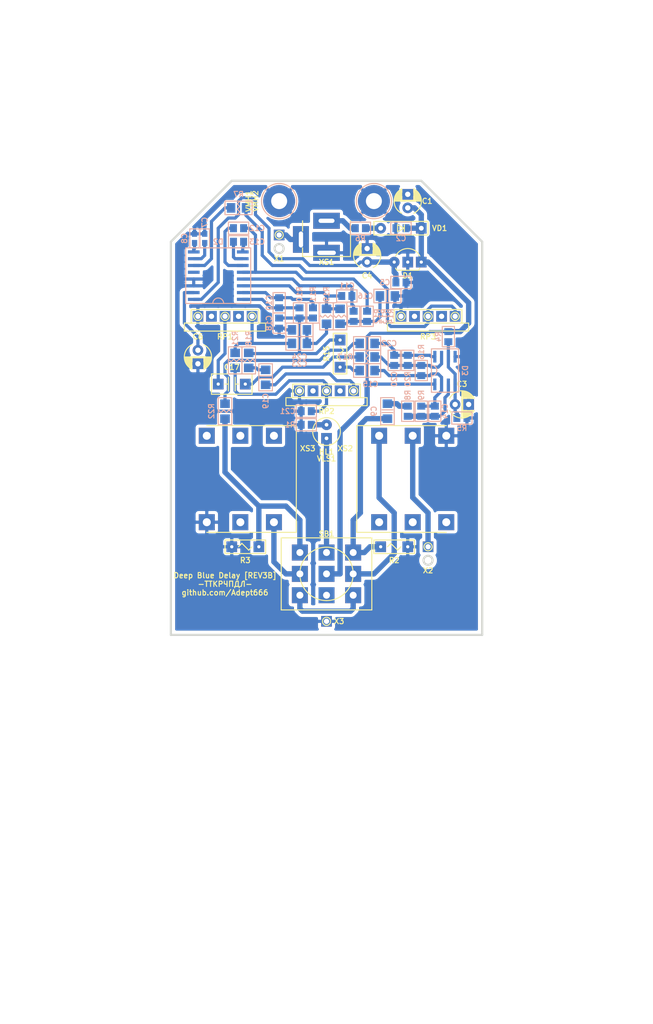
<source format=kicad_pcb>
(kicad_pcb (version 20171130) (host pcbnew 5.1.12-84ad8e8a86~92~ubuntu20.04.1)
  (title_block (title ТКП-1.17.B-2) (date 2025-06-17) (rev 3B) (company "Deep Blue Delay [REV3B] SM") (comment 1 http://github.com/Adept666) (comment 2 "Igor Ivanov (Игорь Иванов)") (comment 3 -ТТКРЧПДЛ-) (comment 4 "This project is licensed under GNU General Public License v3.0 or later"))
  (layers (0 F.Cu jumper) (31 B.Cu signal) (36 B.SilkS user) (37 F.SilkS user) (38 B.Mask user) (44 Edge.Cuts user))
  (net 0 "")
  (net 1 COM)
  (net 2 "Net-(HL1-PadC)")
  (net 3 /LED)
  (net 4 "Net-(SB1-PadNC1)")
  (net 5 "Net-(SB1-PadNC2)")
  (net 6 "Net-(XS2-PadSN)")
  (net 7 "Net-(XS2-PadTN)")
  (net 8 /IN-CON)
  (net 9 /OUT-CON)
  (net 10 /PP3-POS)
  (net 11 /PP3-NEG)
  (net 12 "Net-(XS2-PadRN)")
  (net 13 "Net-(XS3-PadTN)")
  (net 14 "Net-(XS3-PadRN)")
  (net 15 "Net-(XS3-PadSN)")
  (net 16 "Net-(XS3-PadR)")
  (net 17 V)
  (net 18 VA)
  (net 19 "Net-(C7-Pad2)")
  (net 20 "Net-(C13-Pad1)")
  (net 21 "Net-(C9-Pad2)")
  (net 22 "Net-(C10-Pad1)")
  (net 23 "Net-(C10-Pad2)")
  (net 24 "Net-(C11-Pad1)")
  (net 25 "Net-(C11-Pad2)")
  (net 26 "Net-(C12-Pad1)")
  (net 27 "Net-(C12-Pad2)")
  (net 28 "Net-(C13-Pad2)")
  (net 29 "Net-(C14-Pad1)")
  (net 30 "Net-(C16-Pad1)")
  (net 31 "Net-(C17-Pad1)")
  (net 32 "Net-(C19-Pad1)")
  (net 33 "Net-(C19-Pad2)")
  (net 34 "Net-(C20-Pad1)")
  (net 35 "Net-(C22-Pad2)")
  (net 36 "Net-(D2-Pad6)")
  (net 37 "Net-(D2-Pad5)")
  (net 38 VB)
  (net 39 "Net-(C6-Pad+)")
  (net 40 "Net-(C8-Pad2)")
  (net 41 "Net-(C14-Pad2)")
  (net 42 "Net-(C15-Pad2)")
  (net 43 "Net-(C18-Pad1)")
  (net 44 "Net-(C20-Pad2)")
  (net 45 "Net-(C21-Pad1)")
  (net 46 "Net-(R6-Pad2)")
  (net 47 "Net-(R6-Pad1)")
  (net 48 "Net-(R7-Pad1)")
  (net 49 "Net-(C17-Pad2)")
  (net 50 "Net-(C23-Pad2)")
  (net 51 "Net-(C23-Pad1)")
  (net 52 /IN-CIR)
  (net 53 /OUT-CIR)
  (module SBEPL:ТКП-6.3.3.A1 (layer F.Cu) (at 105.41 148.59)
    (fp_text reference VE2 hide)
    (fp_text value ТКП-6.3.3.A1.A1.3-1.A1.00 hide)
  )
  (module SBEPL:ТКП-6.3.1.A2.A1.A (layer F.Cu) (at 105.41 148.59)
    (fp_text reference VE1 hide)
    (fp_text value ТКП-6.3.1.A2.A1.A.1-1 hide)
  )
  (module KCL-TH-SL:CON-PAD-S-1.0-2.0 (layer F.Cu) (at 96.52 104.14)
    (fp_text reference X1 (at 0 4.445) (layer F.SilkS) (effects (font (thickness 0.2))))
    (fp_text value X)
    (pad 1 thru_hole rect (at 0 0) (size 2 2) (drill 1) (layers B.Cu B.Mask) (net 10 /PP3-POS))
  )
  (module KCL-TH-SL:CON-PAD-S-1.0-2.0 (layer F.Cu) (at 124.46 162.56)
    (fp_text reference X2 (at 0 4.445) (layer F.SilkS) (effects (font (thickness 0.2))))
    (fp_text value X)
    (pad 1 thru_hole rect (at 0 0) (size 2 2) (drill 1) (layers B.Cu B.Mask) (net 11 /PP3-NEG))
  )
  (module KCL-TH-SL:CON-PAD-S-1.0-2.0 (layer F.Cu) (at 105.41 176.53)
    (fp_text reference X3 (at 1.27 0) (layer F.SilkS) (effects (font (thickness 0.2)) (justify left)))
    (fp_text value X)
    (pad 1 thru_hole rect (at 0 0) (size 2 2) (drill 1) (layers B.Cu B.Mask) (net 1 COM))
  )
  (module KCL-TH-SL:SW-PBS-24-302SP-3.0-PNL-12.0 (layer F.Cu) (at 105.41 167.64)
    (fp_text reference SB1 (at 0 -7.493) (layer F.SilkS) (effects (font (thickness 0.2))))
    (fp_text value PBS-24-302SP)
    (pad NC1 thru_hole rect (at -5 4) (size 3 3) (drill 1.3) (layers B.Cu B.Mask) (net 4 "Net-(SB1-PadNC1)"))
    (pad COM1 thru_hole rect (at -5 0) (size 3 3) (drill 1.3) (layers B.Cu B.Mask) (net 9 /OUT-CON))
    (pad NO1 thru_hole rect (at -5 -4) (size 3 3) (drill 1.3) (layers B.Cu B.Mask) (net 53 /OUT-CIR))
    (pad NO2 thru_hole rect (at 0 -4) (size 3 3) (drill 1.3) (layers B.Cu B.Mask) (net 3 /LED))
    (pad NC2 thru_hole rect (at 0 4) (size 3 3) (drill 1.3) (layers B.Cu B.Mask) (net 5 "Net-(SB1-PadNC2)"))
    (pad COM2 thru_hole rect (at 0 0) (size 3 3) (drill 1.3) (layers B.Cu B.Mask) (net 17 V))
    (pad NO3 thru_hole rect (at 5 -4) (size 3 3) (drill 1.3) (layers B.Cu B.Mask) (net 52 /IN-CIR))
    (pad NC3 thru_hole rect (at 5 4) (size 3 3) (drill 1.3) (layers B.Cu B.Mask) (net 4 "Net-(SB1-PadNC1)"))
    (pad COM3 thru_hole rect (at 5 0) (size 3 3) (drill 1.3) (layers B.Cu B.Mask) (net 8 /IN-CON))
  )
  (module KCL-VIRTUAL:VLS-BR (layer F.Cu) (at 105.41 140.97)
    (fp_text reference VLS1 (at 0 5.08) (layer F.SilkS) (effects (font (thickness 0.2))))
    (fp_text value BR-17.8)
  )
  (module KCL-VIRTUAL:B-PP3-HV (layer F.Cu) (at 105.41 187.96)
    (fp_text reference GB1 hide)
    (fp_text value X hide)
  )
  (module KCL-TH-SL:CP-RADIAL-D05.0-P02.0-CLS (layer F.Cu) (at 120.65 97.79 90)
    (fp_text reference C1 (at 0 2.54 180) (layer F.SilkS) (effects (font (thickness 0.2)) (justify left)))
    (fp_text value 107)
    (pad + thru_hole circle (at -1.27 0 90) (size 2 2) (drill 1) (layers B.Cu B.Mask) (net 17 V))
    (pad - thru_hole rect (at 1.27 0 90) (size 2 2) (drill 1) (layers B.Cu B.Mask) (net 1 COM))
  )
  (module KCL-TH-SL:P-DO-41 (layer F.Cu) (at 119.38 102.87)
    (fp_text reference VD1 (at 5.715 0 180) (layer F.SilkS) (effects (font (thickness 0.2)) (justify left)))
    (fp_text value 5817)
    (pad A thru_hole circle (at -3.81 0) (size 2 2) (drill 0.9) (layers B.Cu B.Mask) (net 46 "Net-(R6-Pad2)"))
    (pad C thru_hole rect (at 3.81 0) (size 2 2) (drill 0.9) (layers B.Cu B.Mask) (net 17 V))
  )
  (module KCL-TH-SL:R-MFR-12 (layer F.Cu) (at 90.17 162.56)
    (fp_text reference R3 (at 0 2.54) (layer F.SilkS) (effects (font (thickness 0.2))))
    (fp_text value 104)
    (pad 2 thru_hole rect (at 2.54 0) (size 2 2) (drill 0.6) (layers B.Cu B.Mask) (net 53 /OUT-CIR))
    (pad 1 thru_hole rect (at -2.54 0) (size 2 2) (drill 0.6) (layers B.Cu B.Mask) (net 1 COM))
  )
  (module KCL-TH-SL:CON-DC-005 (layer F.Cu) (at 105.41 93.98 180)
    (fp_text reference XS1 (at 0 -15.24) (layer F.SilkS) (effects (font (thickness 0.2))))
    (fp_text value DC-005)
    (pad C thru_hole rect (at 0 -13.5 180) (size 5 3) (drill oval 3.5 0.8) (layers B.Cu B.Mask) (net 1 COM))
    (pad SN thru_hole rect (at 4.8 -11 180) (size 3 5) (drill oval 0.8 3) (layers B.Cu B.Mask) (net 10 /PP3-POS))
    (pad S thru_hole rect (at 0 -7.5 180) (size 5 3) (drill oval 3 0.8) (layers B.Cu B.Mask) (net 47 "Net-(R6-Pad1)"))
  )
  (module KCL-TH-SL:CON-PJ-644C (layer F.Cu) (at 132.08 149.86 90)
    (fp_text reference XS2 (at 5.715 -21.59 180) (layer F.SilkS) (effects (font (thickness 0.2)) (justify right)))
    (fp_text value PJ-644C)
    (pad TN thru_hole rect (at -8.1 -16.8 90) (size 3 3) (drill 1.5) (layers B.Cu B.Mask) (net 7 "Net-(XS2-PadTN)"))
    (pad RN thru_hole rect (at -8.1 -10.5 90) (size 3 3) (drill 1.5) (layers B.Cu B.Mask) (net 12 "Net-(XS2-PadRN)"))
    (pad SN thru_hole rect (at -8.1 -4.2 90) (size 3 3) (drill 1.5) (layers B.Cu B.Mask) (net 6 "Net-(XS2-PadSN)"))
    (pad T thru_hole rect (at 8.1 -16.8 90) (size 3 3) (drill 1.5) (layers B.Cu B.Mask) (net 8 /IN-CON))
    (pad R thru_hole rect (at 8.1 -10.5 90) (size 3 3) (drill 1.5) (layers B.Cu B.Mask) (net 11 /PP3-NEG))
    (pad S thru_hole rect (at 8.1 -4.2 90) (size 3 3) (drill 1.5) (layers B.Cu B.Mask) (net 1 COM))
  )
  (module KCL-TH-SL:CON-PJ-644C (layer F.Cu) (at 78.74 149.86 270)
    (fp_text reference XS3 (at -5.715 -21.59) (layer F.SilkS) (effects (font (thickness 0.2)) (justify left)))
    (fp_text value PJ-644C)
    (pad TN thru_hole rect (at -8.1 -16.8 270) (size 3 3) (drill 1.5) (layers B.Cu B.Mask) (net 13 "Net-(XS3-PadTN)"))
    (pad RN thru_hole rect (at -8.1 -10.5 270) (size 3 3) (drill 1.5) (layers B.Cu B.Mask) (net 14 "Net-(XS3-PadRN)"))
    (pad SN thru_hole rect (at -8.1 -4.2 270) (size 3 3) (drill 1.5) (layers B.Cu B.Mask) (net 15 "Net-(XS3-PadSN)"))
    (pad T thru_hole rect (at 8.1 -16.8 270) (size 3 3) (drill 1.5) (layers B.Cu B.Mask) (net 9 /OUT-CON))
    (pad R thru_hole rect (at 8.1 -10.5 270) (size 3 3) (drill 1.5) (layers B.Cu B.Mask) (net 16 "Net-(XS3-PadR)"))
    (pad S thru_hole rect (at 8.1 -4.2 270) (size 3 3) (drill 1.5) (layers B.Cu B.Mask) (net 1 COM))
  )
  (module KCL-TH-SL:P-TO-92-OUT-GND-IN (layer F.Cu) (at 120.65 109.22)
    (fp_text reference D1 (at 0 2.54) (layer F.SilkS) (effects (font (thickness 0.2))))
    (fp_text value 78L05)
    (pad IN thru_hole rect (at 2.54 0) (size 2 2) (drill 0.6) (layers B.Cu B.Mask) (net 17 V))
    (pad GND thru_hole rect (at 0 0) (size 2 2) (drill 0.6) (layers B.Cu B.Mask) (net 1 COM))
    (pad OUT thru_hole circle (at -2.54 0) (size 2 2) (drill 0.6) (layers B.Cu B.Mask) (net 18 VA))
  )
  (module KCL-TH-SL:R-MFR-12 (layer F.Cu) (at 118.11 162.56 180)
    (fp_text reference R2 (at 0 -2.54) (layer F.SilkS) (effects (font (thickness 0.2))))
    (fp_text value 105)
    (pad 2 thru_hole rect (at 2.54 0 180) (size 2 2) (drill 0.6) (layers B.Cu B.Mask) (net 52 /IN-CIR))
    (pad 1 thru_hole rect (at -2.54 0 180) (size 2 2) (drill 0.6) (layers B.Cu B.Mask) (net 1 COM))
  )
  (module KCL-SM:R-SM-1206 (layer B.Cu) (at 113.03 127)
    (fp_text reference R17 (at -2.54 0) (layer B.SilkS) (effects (font (thickness 0.2)) (justify left mirror)))
    (fp_text value 203)
    (pad 1 smd rect (at -1.4 0) (size 1.6 1.8) (layers B.Cu B.Mask) (net 31 "Net-(C17-Pad1)"))
    (pad 2 smd rect (at 1.4 0) (size 1.6 1.8) (layers B.Cu B.Mask) (net 34 "Net-(C20-Pad1)"))
  )
  (module KCL-SM:R-SM-1206 (layer B.Cu) (at 88.265 127.635 90)
    (fp_text reference R21 (at 2.54 0 90) (layer B.SilkS) (effects (font (thickness 0.2)) (justify right mirror)))
    (fp_text value 202)
    (pad 1 smd rect (at -1.4 0 90) (size 1.6 1.8) (layers B.Cu B.Mask) (net 45 "Net-(C21-Pad1)"))
    (pad 2 smd rect (at 1.4 0 90) (size 1.6 1.8) (layers B.Cu B.Mask) (net 51 "Net-(C23-Pad1)"))
  )
  (module KCL-SM:R-SM-1206 (layer B.Cu) (at 90.805 127.635 90)
    (fp_text reference R18 (at 2.54 0 90) (layer B.SilkS) (effects (font (thickness 0.2)) (justify right mirror)))
    (fp_text value 512)
    (pad 1 smd rect (at -1.4 0 90) (size 1.6 1.8) (layers B.Cu B.Mask) (net 32 "Net-(C19-Pad1)"))
    (pad 2 smd rect (at 1.4 0 90) (size 1.6 1.8) (layers B.Cu B.Mask) (net 43 "Net-(C18-Pad1)"))
  )
  (module KCL-SM:R-SM-1206 (layer B.Cu) (at 86.36 137.16 270)
    (fp_text reference R22 (at 0 2.54 90) (layer B.SilkS) (effects (font (thickness 0.2)) (justify mirror)))
    (fp_text value 102)
    (pad 2 smd rect (at 1.4 0 270) (size 1.6 1.8) (layers B.Cu B.Mask) (net 53 /OUT-CIR))
    (pad 1 smd rect (at -1.4 0 270) (size 1.6 1.8) (layers B.Cu B.Mask) (net 35 "Net-(C22-Pad2)"))
  )
  (module KCL-SM:R-SM-1206 (layer B.Cu) (at 88.9 99.06 180)
    (fp_text reference R7 (at 0 2.54) (layer B.SilkS) (effects (font (thickness 0.2)) (justify mirror)))
    (fp_text value 272)
    (pad 2 smd rect (at 1.4 0 180) (size 1.6 1.8) (layers B.Cu B.Mask) (net 36 "Net-(D2-Pad6)"))
    (pad 1 smd rect (at -1.4 0 180) (size 1.6 1.8) (layers B.Cu B.Mask) (net 48 "Net-(R7-Pad1)"))
  )
  (module KCL-SM:P-SO-08 (layer B.Cu) (at 127.635 129.54 270)
    (fp_text reference D3 (at 0 -3.81 270) (layer B.SilkS) (effects (font (thickness 0.2)) (justify mirror)))
    (fp_text value 5532)
    (pad 8 smd rect (at 2.6 1.905 270) (size 2.2 0.6) (layers B.Cu B.Mask) (net 17 V))
    (pad 7 smd rect (at 2.6 0.635 270) (size 2.2 0.6) (layers B.Cu B.Mask) (net 41 "Net-(C14-Pad2)"))
    (pad 6 smd rect (at 2.6 -0.635 270) (size 2.2 0.6) (layers B.Cu B.Mask) (net 29 "Net-(C14-Pad1)"))
    (pad 5 smd rect (at 2.6 -1.905 270) (size 2.2 0.6) (layers B.Cu B.Mask) (net 38 VB))
    (pad 4 smd rect (at -2.6 -1.905 270) (size 2.2 0.6) (layers B.Cu B.Mask) (net 1 COM))
    (pad 3 smd rect (at -2.6 -0.635 270) (size 2.2 0.6) (layers B.Cu B.Mask) (net 38 VB))
    (pad 2 smd rect (at -2.6 0.635 270) (size 2.2 0.6) (layers B.Cu B.Mask) (net 34 "Net-(C20-Pad1)"))
    (pad 1 smd rect (at -2.6 1.905 270) (size 2.2 0.6) (layers B.Cu B.Mask) (net 44 "Net-(C20-Pad2)"))
  )
  (module KCL-SM:P-SO-16W (layer B.Cu) (at 85.09 111.76)
    (fp_text reference D2 (at 0 -6.35) (layer B.SilkS) (effects (font (thickness 0.2)) (justify mirror)))
    (fp_text value 8970)
    (pad 9 smd rect (at 4.6 -4.445) (size 2.2 0.6) (layers B.Cu B.Mask) (net 28 "Net-(C13-Pad2)"))
    (pad 10 smd rect (at 4.6 -3.175) (size 2.2 0.6) (layers B.Cu B.Mask) (net 20 "Net-(C13-Pad1)"))
    (pad 11 smd rect (at 4.6 -1.905) (size 2.2 0.6) (layers B.Cu B.Mask) (net 27 "Net-(C12-Pad2)"))
    (pad 12 smd rect (at 4.6 -0.635) (size 2.2 0.6) (layers B.Cu B.Mask) (net 26 "Net-(C12-Pad1)"))
    (pad 8 smd rect (at -4.6 -4.445) (size 2.2 0.6) (layers B.Cu B.Mask) (net 40 "Net-(C8-Pad2)"))
    (pad 7 smd rect (at -4.6 -3.175) (size 2.2 0.6) (layers B.Cu B.Mask) (net 19 "Net-(C7-Pad2)"))
    (pad 6 smd rect (at -4.6 -1.905) (size 2.2 0.6) (layers B.Cu B.Mask) (net 36 "Net-(D2-Pad6)"))
    (pad 5 smd rect (at -4.6 -0.635) (size 2.2 0.6) (layers B.Cu B.Mask) (net 37 "Net-(D2-Pad5)"))
    (pad 16 smd rect (at 4.6 4.445) (size 2.2 0.6) (layers B.Cu B.Mask) (net 22 "Net-(C10-Pad1)"))
    (pad 15 smd rect (at 4.6 3.175) (size 2.2 0.6) (layers B.Cu B.Mask) (net 23 "Net-(C10-Pad2)"))
    (pad 14 smd rect (at 4.6 1.905) (size 2.2 0.6) (layers B.Cu B.Mask) (net 24 "Net-(C11-Pad1)"))
    (pad 13 smd rect (at 4.6 0.635) (size 2.2 0.6) (layers B.Cu B.Mask) (net 25 "Net-(C11-Pad2)"))
    (pad 4 smd rect (at -4.6 0.635) (size 2.2 0.6) (layers B.Cu B.Mask) (net 1 COM))
    (pad 3 smd rect (at -4.6 1.905) (size 2.2 0.6) (layers B.Cu B.Mask) (net 1 COM))
    (pad 2 smd rect (at -4.6 3.175) (size 2.2 0.6) (layers B.Cu B.Mask) (net 39 "Net-(C6-Pad+)"))
    (pad 1 smd rect (at -4.6 4.445) (size 2.2 0.6) (layers B.Cu B.Mask) (net 18 VA))
  )
  (module KCL-TH-SL:CP-RADIAL-D05.0-P02.0-CLS (layer F.Cu) (at 81.28 127 270)
    (fp_text reference C6 (at -3.81 0) (layer F.SilkS) (effects (font (thickness 0.2))))
    (fp_text value 476)
    (pad + thru_hole circle (at -1.27 0 270) (size 2 2) (drill 1) (layers B.Cu B.Mask) (net 39 "Net-(C6-Pad+)"))
    (pad - thru_hole rect (at 1.27 0 270) (size 2 2) (drill 1) (layers B.Cu B.Mask) (net 1 COM))
  )
  (module KCL-TH-SL:CP-RADIAL-D05.0-P02.0-CLS (layer F.Cu) (at 113.03 107.95 90)
    (fp_text reference C4 (at -3.81 0 180) (layer F.SilkS) (effects (font (thickness 0.2))))
    (fp_text value 476)
    (pad + thru_hole circle (at -1.27 0 90) (size 2 2) (drill 1) (layers B.Cu B.Mask) (net 18 VA))
    (pad - thru_hole rect (at 1.27 0 90) (size 2 2) (drill 1) (layers B.Cu B.Mask) (net 1 COM))
  )
  (module KCL-TH-SL:CP-RADIAL-D05.0-P02.0-CLS (layer F.Cu) (at 130.81 135.89)
    (fp_text reference C3 (at 0 -3.81) (layer F.SilkS) (effects (font (thickness 0.2))))
    (fp_text value 476)
    (pad + thru_hole circle (at -1.27 0) (size 2 2) (drill 1) (layers B.Cu B.Mask) (net 38 VB))
    (pad - thru_hole rect (at 1.27 0) (size 2 2) (drill 1) (layers B.Cu B.Mask) (net 1 COM))
  )
  (module KCL-SM:R-SM-0805 (layer B.Cu) (at 100.33 118.745 270)
    (fp_text reference R10 (at -1.905 0 90) (layer B.SilkS) (effects (font (thickness 0.2)) (justify right mirror)))
    (fp_text value 103)
    (pad 1 smd rect (at -0.95 0 270) (size 1.3 1.5) (layers B.Cu B.Mask) (net 22 "Net-(C10-Pad1)"))
    (pad 2 smd rect (at 0.95 0 270) (size 1.3 1.5) (layers B.Cu B.Mask) (net 43 "Net-(C18-Pad1)"))
  )
  (module KCL-SM:R-SM-0805 (layer B.Cu) (at 102.87 118.745 270)
    (fp_text reference R11 (at -1.905 0 90) (layer B.SilkS) (effects (font (thickness 0.2)) (justify right mirror)))
    (fp_text value 103)
    (pad 1 smd rect (at -0.95 0 270) (size 1.3 1.5) (layers B.Cu B.Mask) (net 23 "Net-(C10-Pad2)"))
    (pad 2 smd rect (at 0.95 0 270) (size 1.3 1.5) (layers B.Cu B.Mask) (net 43 "Net-(C18-Pad1)"))
  )
  (module KCL-SM:R-SM-0805 (layer B.Cu) (at 110.49 119.38 270)
    (fp_text reference R13 (at 0 -5.715 90) (layer B.SilkS) (effects (font (thickness 0.2)) (justify mirror)))
    (fp_text value 103)
    (pad 2 smd rect (at 0.95 0 270) (size 1.3 1.5) (layers B.Cu B.Mask) (net 30 "Net-(C16-Pad1)"))
    (pad 1 smd rect (at -0.95 0 270) (size 1.3 1.5) (layers B.Cu B.Mask) (net 25 "Net-(C11-Pad2)"))
  )
  (module KCL-SM:R-SM-0805 (layer B.Cu) (at 113.03 119.38 270)
    (fp_text reference R14 (at 0 -4.445 90) (layer B.SilkS) (effects (font (thickness 0.2)) (justify mirror)))
    (fp_text value 103)
    (pad 2 smd rect (at 0.95 0 270) (size 1.3 1.5) (layers B.Cu B.Mask) (net 30 "Net-(C16-Pad1)"))
    (pad 1 smd rect (at -0.95 0 270) (size 1.3 1.5) (layers B.Cu B.Mask) (net 26 "Net-(C12-Pad1)"))
  )
  (module KCL-SM:R-SM-0805 (layer B.Cu) (at 123.19 137.16 90)
    (fp_text reference R9 (at 1.905 0 90) (layer B.SilkS) (effects (font (thickness 0.2)) (justify right mirror)))
    (fp_text value 364)
    (pad 2 smd rect (at 0.95 0 90) (size 1.3 1.5) (layers B.Cu B.Mask) (net 41 "Net-(C14-Pad2)"))
    (pad 1 smd rect (at -0.95 0 90) (size 1.3 1.5) (layers B.Cu B.Mask) (net 29 "Net-(C14-Pad1)"))
  )
  (module KCL-SM:R-SM-0805 (layer B.Cu) (at 120.65 127.635 90)
    (fp_text reference R20 (at -1.905 0 90) (layer B.SilkS) (effects (font (thickness 0.2)) (justify left mirror)))
    (fp_text value 123)
    (pad 2 smd rect (at 0.95 0 90) (size 1.3 1.5) (layers B.Cu B.Mask) (net 44 "Net-(C20-Pad2)"))
    (pad 1 smd rect (at -0.95 0 90) (size 1.3 1.5) (layers B.Cu B.Mask) (net 34 "Net-(C20-Pad1)"))
  )
  (module KCL-SM:R-SM-0805 (layer B.Cu) (at 123.19 129.54 90)
    (fp_text reference R16 (at 1.905 0 90) (layer B.SilkS) (effects (font (thickness 0.2)) (justify right mirror)))
    (fp_text value 223)
    (pad 2 smd rect (at 0.95 0 90) (size 1.3 1.5) (layers B.Cu B.Mask) (net 34 "Net-(C20-Pad1)"))
    (pad 1 smd rect (at -0.95 0 90) (size 1.3 1.5) (layers B.Cu B.Mask) (net 41 "Net-(C14-Pad2)"))
  )
  (module KCL-TH-SL:R-MFR-12 (layer F.Cu) (at 107.95 126.365 270)
    (fp_text reference R15 (at 0 2.54 270) (layer F.SilkS) (effects (font (thickness 0.2))))
    (fp_text value 103)
    (pad 2 thru_hole rect (at 2.54 0 270) (size 2 2) (drill 0.6) (layers B.Cu B.Mask) (net 42 "Net-(C15-Pad2)"))
    (pad 1 thru_hole rect (at -2.54 0 270) (size 2 2) (drill 0.6) (layers B.Cu B.Mask) (net 43 "Net-(C18-Pad1)"))
  )
  (module KCL-TH-SL:C-DISK-D04.2-T03.0-P05.08-d0.5 (layer F.Cu) (at 87.63 132.08 180)
    (fp_text reference C17 (at 0 3.175) (layer F.SilkS) (effects (font (thickness 0.2))))
    (fp_text value 105)
    (pad 2 thru_hole rect (at 2.54 0 180) (size 2 2) (drill 0.6) (layers B.Cu B.Mask) (net 49 "Net-(C17-Pad2)"))
    (pad 1 thru_hole rect (at -2.54 0 180) (size 2 2) (drill 0.6) (layers B.Cu B.Mask) (net 31 "Net-(C17-Pad1)"))
  )
  (module KCL-SM:R-SM-0805 (layer B.Cu) (at 111.76 102.87)
    (fp_text reference R6 (at 0 1.905) (layer B.SilkS) (effects (font (thickness 0.2)) (justify mirror)))
    (fp_text value 0)
    (pad 2 smd rect (at 0.95 0) (size 1.3 1.5) (layers B.Cu B.Mask) (net 46 "Net-(R6-Pad2)"))
    (pad 1 smd rect (at -0.95 0) (size 1.3 1.5) (layers B.Cu B.Mask) (net 47 "Net-(R6-Pad1)"))
  )
  (module KCL-SM:R-SM-1206 (layer B.Cu) (at 105.41 119.38 270)
    (fp_text reference R19 (at -2.54 0 90) (layer B.SilkS) (effects (font (thickness 0.2)) (justify right mirror)))
    (fp_text value 102)
    (pad 1 smd rect (at -1.4 0 270) (size 1.6 1.8) (layers B.Cu B.Mask) (net 24 "Net-(C11-Pad1)"))
    (pad 2 smd rect (at 1.4 0 270) (size 1.6 1.8) (layers B.Cu B.Mask) (net 50 "Net-(C23-Pad2)"))
  )
  (module KCL-SM:C-SM-0603 (layer B.Cu) (at 82.55 104.775 270)
    (fp_text reference C7 (at -1.905 0 90) (layer B.SilkS) (effects (font (thickness 0.2)) (justify right mirror)))
    (fp_text value 104)
    (pad 2 smd rect (at 0.85 0 270) (size 1.1 1) (layers B.Cu B.Mask) (net 19 "Net-(C7-Pad2)"))
    (pad 1 smd rect (at -0.85 0 270) (size 1.1 1) (layers B.Cu B.Mask) (net 1 COM))
  )
  (module KCL-SM:C-SM-0603 (layer B.Cu) (at 80.645 104.775 270)
    (fp_text reference C8 (at 0 1.905 90) (layer B.SilkS) (effects (font (thickness 0.2)) (justify mirror)))
    (fp_text value 104)
    (pad 2 smd rect (at 0.85 0 270) (size 1.1 1) (layers B.Cu B.Mask) (net 40 "Net-(C8-Pad2)"))
    (pad 1 smd rect (at -0.85 0 270) (size 1.1 1) (layers B.Cu B.Mask) (net 1 COM))
  )
  (module KCL-SM:R-SM-0805 (layer B.Cu) (at 120.65 137.16 270)
    (fp_text reference R8 (at -1.905 0 90) (layer B.SilkS) (effects (font (thickness 0.2)) (justify right mirror)))
    (fp_text value 184)
    (pad 2 smd rect (at 0.95 0 270) (size 1.3 1.5) (layers B.Cu B.Mask) (net 29 "Net-(C14-Pad1)"))
    (pad 1 smd rect (at -0.95 0 270) (size 1.3 1.5) (layers B.Cu B.Mask) (net 21 "Net-(C9-Pad2)"))
  )
  (module KCL-SM:R-SM-0805 (layer B.Cu) (at 101.6 139.7)
    (fp_text reference R1 (at -1.905 0) (layer B.SilkS) (effects (font (thickness 0.2)) (justify left mirror)))
    (fp_text value 103)
    (pad 2 smd rect (at 0.95 0) (size 1.3 1.5) (layers B.Cu B.Mask) (net 2 "Net-(HL1-PadC)"))
    (pad 1 smd rect (at -0.95 0) (size 1.3 1.5) (layers B.Cu B.Mask) (net 1 COM))
  )
  (module KCL-SM:R-SM-0805 (layer B.Cu) (at 128.27 123.19 90)
    (fp_text reference R4 (at 0 -1.905 90) (layer B.SilkS) (effects (font (thickness 0.2)) (justify mirror)))
    (fp_text value 103)
    (pad 2 smd rect (at 0.95 0 90) (size 1.3 1.5) (layers B.Cu B.Mask) (net 17 V))
    (pad 1 smd rect (at -0.95 0 90) (size 1.3 1.5) (layers B.Cu B.Mask) (net 38 VB))
  )
  (module KCL-SM:R-SM-0805 (layer B.Cu) (at 130.81 138.43 180)
    (fp_text reference R5 (at 0 -1.905) (layer B.SilkS) (effects (font (thickness 0.2)) (justify mirror)))
    (fp_text value 103)
    (pad 2 smd rect (at 0.95 0 180) (size 1.3 1.5) (layers B.Cu B.Mask) (net 38 VB))
    (pad 1 smd rect (at -0.95 0 180) (size 1.3 1.5) (layers B.Cu B.Mask) (net 1 COM))
  )
  (module KCL-SM:R-SM-1206 (layer B.Cu) (at 107.95 119.38 270)
    (fp_text reference R12 (at 0 -6.985 90) (layer B.SilkS) (effects (font (thickness 0.2)) (justify mirror)))
    (fp_text value 203)
    (pad 2 smd rect (at 1.4 0 270) (size 1.6 1.8) (layers B.Cu B.Mask) (net 30 "Net-(C16-Pad1)"))
    (pad 1 smd rect (at -1.4 0 270) (size 1.6 1.8) (layers B.Cu B.Mask) (net 24 "Net-(C11-Pad1)"))
  )
  (module SBKCL-TH-SL:RPB-18-1x17-1.5-PNL-7.2 (layer F.Cu) (at 86.36 108.15)
    (fp_text reference RP1 (at 0 15.04) (layer F.SilkS) (effects (font (thickness 0.2))))
    (fp_text value B50K)
    (pad 3 thru_hole rect (at 5.08 11.23) (size 2 2) (drill 1) (layers B.Cu B.Mask) (net 51 "Net-(C23-Pad1)"))
    (pad NC2 thru_hole rect (at 2.54 11.23) (size 2 2) (drill 1) (layers B.Cu B.Mask))
    (pad 2 thru_hole rect (at 0 11.23) (size 2 2) (drill 1) (layers B.Cu B.Mask) (net 49 "Net-(C17-Pad2)"))
    (pad NC1 thru_hole rect (at -2.54 11.23) (size 2 2) (drill 1) (layers B.Cu B.Mask))
    (pad 1 thru_hole rect (at -5.08 11.23) (size 2 2) (drill 1) (layers B.Cu B.Mask) (net 1 COM))
  )
  (module SBKCL-TH-SL:RPB-18-1x17-1.5-PNL-7.2 (layer F.Cu) (at 105.41 122.12)
    (fp_text reference RP2 (at 0 15.04) (layer F.SilkS) (effects (font (thickness 0.2))))
    (fp_text value B50K)
    (pad 3 thru_hole rect (at 5.08 11.23) (size 2 2) (drill 1) (layers B.Cu B.Mask) (net 33 "Net-(C19-Pad2)"))
    (pad NC2 thru_hole rect (at 2.54 11.23) (size 2 2) (drill 1) (layers B.Cu B.Mask))
    (pad 2 thru_hole rect (at 0 11.23) (size 2 2) (drill 1) (layers B.Cu B.Mask) (net 45 "Net-(C21-Pad1)"))
    (pad NC1 thru_hole rect (at -2.54 11.23) (size 2 2) (drill 1) (layers B.Cu B.Mask))
    (pad 1 thru_hole rect (at -5.08 11.23) (size 2 2) (drill 1) (layers B.Cu B.Mask) (net 1 COM))
  )
  (module SBKCL-TH-SL:RPB-18-1x17-1.5-PNL-7.2 (layer F.Cu) (at 124.46 108.15)
    (fp_text reference RP3 (at 0 15.04) (layer F.SilkS) (effects (font (thickness 0.2))))
    (fp_text value B50K)
    (pad 3 thru_hole rect (at 5.08 11.23) (size 2 2) (drill 1) (layers B.Cu B.Mask) (net 48 "Net-(R7-Pad1)"))
    (pad NC2 thru_hole rect (at 2.54 11.23) (size 2 2) (drill 1) (layers B.Cu B.Mask))
    (pad 2 thru_hole rect (at 0 11.23) (size 2 2) (drill 1) (layers B.Cu B.Mask) (net 48 "Net-(R7-Pad1)"))
    (pad NC1 thru_hole rect (at -2.54 11.23) (size 2 2) (drill 1) (layers B.Cu B.Mask))
    (pad 1 thru_hole rect (at -5.08 11.23) (size 2 2) (drill 1) (layers B.Cu B.Mask) (net 1 COM))
  )
  (module KCL-TH-SL:VMH-STA-DA5-PNL-3.0 (layer F.Cu) (at 96.52 97.79)
    (fp_text reference VMH1 (at -5.715 0 90) (layer F.SilkS) (effects (font (thickness 0.2))))
    (fp_text value DI5M3x20)
    (pad 0 thru_hole circle (at 0 0) (size 6 6) (drill 3) (layers B.Cu B.Mask) (net 1 COM))
  )
  (module KCL-TH-SL:VMH-STA-DA5-PNL-3.0 (layer F.Cu) (at 114.3 97.79)
    (fp_text reference VMH2 (at -22.225 0 90) (layer F.SilkS) (effects (font (thickness 0.2))))
    (fp_text value DI5M3x20)
    (pad 0 thru_hole circle (at 0 0) (size 6 6) (drill 3) (layers B.Cu B.Mask) (net 1 COM))
  )
  (module KCL-SM:C-SM-0805 (layer B.Cu) (at 88.9 105.41)
    (fp_text reference C13 (at 1.905 0) (layer B.SilkS) (effects (font (thickness 0.2)) (justify right mirror)))
    (fp_text value 104)
    (pad 1 smd rect (at -0.95 0) (size 1.3 1.5) (layers B.Cu B.Mask) (net 20 "Net-(C13-Pad1)"))
    (pad 2 smd rect (at 0.95 0) (size 1.3 1.5) (layers B.Cu B.Mask) (net 28 "Net-(C13-Pad2)"))
  )
  (module KCL-SM:C-SM-0805 (layer B.Cu) (at 119.38 102.87 180)
    (fp_text reference C2 (at 0 -1.905) (layer B.SilkS) (effects (font (thickness 0.2)) (justify mirror)))
    (fp_text value 104)
    (pad 1 smd rect (at -0.95 0 180) (size 1.3 1.5) (layers B.Cu B.Mask) (net 17 V))
    (pad 2 smd rect (at 0.95 0 180) (size 1.3 1.5) (layers B.Cu B.Mask) (net 1 COM))
  )
  (module KCL-SM:C-SM-1206 (layer B.Cu) (at 116.84 137.16 90)
    (fp_text reference C9 (at 0 -2.54 270) (layer B.SilkS) (effects (font (thickness 0.2)) (justify mirror)))
    (fp_text value 223)
    (pad 1 smd rect (at -1.4 0 90) (size 1.6 1.8) (layers B.Cu B.Mask) (net 52 /IN-CIR))
    (pad 2 smd rect (at 1.4 0 90) (size 1.6 1.8) (layers B.Cu B.Mask) (net 21 "Net-(C9-Pad2)"))
  )
  (module KCL-SM:C-SM-1206 (layer B.Cu) (at 93.98 130.81 270)
    (fp_text reference C19 (at 4.445 0 270) (layer B.SilkS) (effects (font (thickness 0.2)) (justify mirror)))
    (fp_text value 223)
    (pad 2 smd rect (at 1.4 0 270) (size 1.6 1.8) (layers B.Cu B.Mask) (net 33 "Net-(C19-Pad2)"))
    (pad 1 smd rect (at -1.4 0 270) (size 1.6 1.8) (layers B.Cu B.Mask) (net 32 "Net-(C19-Pad1)"))
  )
  (module KCL-SM:C-SM-1206 (layer B.Cu) (at 113.03 124.46 180)
    (fp_text reference C22 (at -2.54 0) (layer B.SilkS) (effects (font (thickness 0.2)) (justify right mirror)))
    (fp_text value 105)
    (pad 1 smd rect (at -1.4 0 180) (size 1.6 1.8) (layers B.Cu B.Mask) (net 44 "Net-(C20-Pad2)"))
    (pad 2 smd rect (at 1.4 0 180) (size 1.6 1.8) (layers B.Cu B.Mask) (net 35 "Net-(C22-Pad2)"))
  )
  (module KCL-SM:C-SM-1206 (layer B.Cu) (at 100.33 121.92 180)
    (fp_text reference C24 (at 0 -5.08) (layer B.SilkS) (effects (font (thickness 0.2)) (justify mirror)))
    (fp_text value 103)
    (pad 1 smd rect (at -1.4 0 180) (size 1.6 1.8) (layers B.Cu B.Mask) (net 50 "Net-(C23-Pad2)"))
    (pad 2 smd rect (at 1.4 0 180) (size 1.6 1.8) (layers B.Cu B.Mask) (net 1 COM))
  )
  (module KCL-SM:C-SM-1206 (layer B.Cu) (at 113.03 129.54 180)
    (fp_text reference C15 (at -0.635 -2.54) (layer B.SilkS) (effects (font (thickness 0.2)) (justify mirror)))
    (fp_text value 105)
    (pad 2 smd rect (at 1.4 0 180) (size 1.6 1.8) (layers B.Cu B.Mask) (net 42 "Net-(C15-Pad2)"))
    (pad 1 smd rect (at -1.4 0 180) (size 1.6 1.8) (layers B.Cu B.Mask) (net 41 "Net-(C14-Pad2)"))
  )
  (module KCL-SM:C-SM-1206 (layer B.Cu) (at 100.33 124.46)
    (fp_text reference C23 (at 0 3.81 180) (layer B.SilkS) (effects (font (thickness 0.2)) (justify mirror)))
    (fp_text value 105)
    (pad 1 smd rect (at -1.4 0) (size 1.6 1.8) (layers B.Cu B.Mask) (net 51 "Net-(C23-Pad1)"))
    (pad 2 smd rect (at 1.4 0) (size 1.6 1.8) (layers B.Cu B.Mask) (net 50 "Net-(C23-Pad2)"))
  )
  (module KCL-SM:C-SM-1206 (layer B.Cu) (at 116.84 115.57)
    (fp_text reference C16 (at -2.54 0) (layer B.SilkS) (effects (font (thickness 0.2)) (justify left mirror)))
    (fp_text value 153)
    (pad 2 smd rect (at 1.4 0) (size 1.6 1.8) (layers B.Cu B.Mask) (net 1 COM))
    (pad 1 smd rect (at -1.4 0) (size 1.6 1.8) (layers B.Cu B.Mask) (net 30 "Net-(C16-Pad1)"))
  )
  (module KCL-SM:C-SM-0805 (layer B.Cu) (at 96.52 120.65 270)
    (fp_text reference C18 (at 0 1.905 90) (layer B.SilkS) (effects (font (thickness 0.2)) (justify mirror)))
    (fp_text value 472)
    (pad 2 smd rect (at 0.95 0 270) (size 1.3 1.5) (layers B.Cu B.Mask) (net 1 COM))
    (pad 1 smd rect (at -0.95 0 270) (size 1.3 1.5) (layers B.Cu B.Mask) (net 43 "Net-(C18-Pad1)"))
  )
  (module KCL-SM:C-SM-0805 (layer B.Cu) (at 118.11 127.635 90)
    (fp_text reference C20 (at -1.905 0 90) (layer B.SilkS) (effects (font (thickness 0.2)) (justify left mirror)))
    (fp_text value 101)
    (pad 1 smd rect (at -0.95 0 90) (size 1.3 1.5) (layers B.Cu B.Mask) (net 34 "Net-(C20-Pad1)"))
    (pad 2 smd rect (at 0.95 0 90) (size 1.3 1.5) (layers B.Cu B.Mask) (net 44 "Net-(C20-Pad2)"))
  )
  (module KCL-SM:C-SM-0805 (layer B.Cu) (at 125.73 137.16 90)
    (fp_text reference C14 (at 0 1.905 90) (layer B.SilkS) (effects (font (thickness 0.2)) (justify mirror)))
    (fp_text value 470)
    (pad 1 smd rect (at -0.95 0 90) (size 1.3 1.5) (layers B.Cu B.Mask) (net 29 "Net-(C14-Pad1)"))
    (pad 2 smd rect (at 0.95 0 90) (size 1.3 1.5) (layers B.Cu B.Mask) (net 41 "Net-(C14-Pad2)"))
  )
  (module KCL-SM:C-SM-0805 (layer B.Cu) (at 119.38 113.03)
    (fp_text reference C5 (at -1.905 0) (layer B.SilkS) (effects (font (thickness 0.2)) (justify left mirror)))
    (fp_text value 104)
    (pad 1 smd rect (at -0.95 0) (size 1.3 1.5) (layers B.Cu B.Mask) (net 18 VA))
    (pad 2 smd rect (at 0.95 0) (size 1.3 1.5) (layers B.Cu B.Mask) (net 1 COM))
  )
  (module KCL-SM:C-SM-0805 (layer B.Cu) (at 101.6 137.16 180)
    (fp_text reference C21 (at 1.905 0) (layer B.SilkS) (effects (font (thickness 0.2)) (justify left mirror)))
    (fp_text value 473)
    (pad 1 smd rect (at -0.95 0 180) (size 1.3 1.5) (layers B.Cu B.Mask) (net 45 "Net-(C21-Pad1)"))
    (pad 2 smd rect (at 0.95 0 180) (size 1.3 1.5) (layers B.Cu B.Mask) (net 1 COM))
  )
  (module KCL-SM:C-SM-0805 (layer B.Cu) (at 109.22 115.57)
    (fp_text reference C11 (at 0 -1.905) (layer B.SilkS) (effects (font (thickness 0.2)) (justify mirror)))
    (fp_text value 222)
    (pad 1 smd rect (at -0.95 0) (size 1.3 1.5) (layers B.Cu B.Mask) (net 24 "Net-(C11-Pad1)"))
    (pad 2 smd rect (at 0.95 0) (size 1.3 1.5) (layers B.Cu B.Mask) (net 25 "Net-(C11-Pad2)"))
  )
  (module KCL-SM:C-SM-0805 (layer B.Cu) (at 96.52 116.84 90)
    (fp_text reference C10 (at 0 -1.905 90) (layer B.SilkS) (effects (font (thickness 0.2)) (justify mirror)))
    (fp_text value 222)
    (pad 1 smd rect (at -0.95 0 90) (size 1.3 1.5) (layers B.Cu B.Mask) (net 22 "Net-(C10-Pad1)"))
    (pad 2 smd rect (at 0.95 0 90) (size 1.3 1.5) (layers B.Cu B.Mask) (net 23 "Net-(C10-Pad2)"))
  )
  (module KCL-SM:C-SM-0805 (layer B.Cu) (at 88.9 102.87 180)
    (fp_text reference C12 (at -1.905 0) (layer B.SilkS) (effects (font (thickness 0.2)) (justify right mirror)))
    (fp_text value 104)
    (pad 1 smd rect (at -0.95 0 180) (size 1.3 1.5) (layers B.Cu B.Mask) (net 26 "Net-(C12-Pad1)"))
    (pad 2 smd rect (at 0.95 0 180) (size 1.3 1.5) (layers B.Cu B.Mask) (net 27 "Net-(C12-Pad2)"))
  )
  (module KCL-TH-SL:LED-ROUND-05.0-UNI-SH-SPACER-PNL-5.3 (layer F.Cu) (at 105.41 140.97 270)
    (fp_text reference HL1 (at 3.81 0 180) (layer F.SilkS) (effects (font (thickness 0.2))))
    (fp_text value FYL-5013UWC)
    (pad C thru_hole circle (at -1.27 0 270) (size 2 2) (drill 0.7) (layers B.Cu B.Mask) (net 2 "Net-(HL1-PadC)"))
    (pad A thru_hole rect (at 1.27 0 270) (size 2 2) (drill 0.7) (layers B.Cu B.Mask) (net 3 /LED))
  )
  (gr_circle (center 124.46 165.1) (end 125.31 165.1) (layer Edge.Cuts) (width 0.4))
  (gr_circle (center 96.52 106.68) (end 97.37 106.68) (layer Edge.Cuts) (width 0.4))
  (gr_text "Deep Blue Delay [REV3B]\n-ТТКРЧПДЛ-\ngithub.com/Adept666" (at 86.36 169.545) (layer F.SilkS) (effects (font (size 1 1) (thickness 0.2))))
  (gr_line (start 123.19 93.98) (end 134.62 105.41) (layer Edge.Cuts) (width 0.4))
  (gr_line (start 76.2 105.41) (end 87.63 93.98) (layer Edge.Cuts) (width 0.4))
  (gr_line (start 134.62 105.41) (end 134.62 179.07) (layer Edge.Cuts) (width 0.4))
  (gr_line (start 76.2 105.41) (end 76.2 179.07) (layer Edge.Cuts) (width 0.4))
  (gr_line (start 76.2 179.07) (end 134.62 179.07) (layer Edge.Cuts) (width 0.4))
  (gr_line (start 87.63 93.98) (end 123.19 93.98) (layer Edge.Cuts) (width 0.4))
  (segment (start 83.82 137.16) (end 88.9 137.16) (width 0.6) (layer B.Cu) (net 1))
  (segment (start 96.52 121.6) (end 97.47 121.6) (width 0.6) (layer B.Cu) (net 1))
  (segment (start 97.79 121.92) (end 97.47 121.6) (width 0.6) (layer B.Cu) (net 1))
  (segment (start 98.93 121.92) (end 97.79 121.92) (width 0.6) (layer B.Cu) (net 1))
  (segment (start 132.08 135.89) (end 132.08 137.16) (width 0.6) (layer B.Cu) (net 1))
  (segment (start 131.76 137.48) (end 132.08 137.16) (width 0.6) (layer B.Cu) (net 1))
  (segment (start 131.76 138.43) (end 131.76 137.48) (width 0.6) (layer B.Cu) (net 1))
  (segment (start 102.55 139.7) (end 105.41 139.7) (width 1) (layer B.Cu) (net 2))
  (segment (start 105.41 163.64) (end 105.41 142.24) (width 1) (layer B.Cu) (net 3))
  (segment (start 110.41 174.14) (end 110.41 171.64) (width 1) (layer B.Cu) (net 4))
  (segment (start 109.925 174.625) (end 110.41 174.14) (width 1) (layer B.Cu) (net 4))
  (segment (start 100.895 174.625) (end 109.925 174.625) (width 1) (layer B.Cu) (net 4))
  (segment (start 100.41 174.14) (end 100.895 174.625) (width 1) (layer B.Cu) (net 4))
  (segment (start 100.41 171.64) (end 100.41 174.14) (width 1) (layer B.Cu) (net 4))
  (segment (start 114.3 167.64) (end 111.68 167.64) (width 1) (layer B.Cu) (net 8))
  (segment (start 118.11 163.83) (end 114.3 167.64) (width 1) (layer B.Cu) (net 8))
  (segment (start 118.11 156.21) (end 118.11 163.83) (width 1) (layer B.Cu) (net 8))
  (segment (start 115.28 153.38) (end 118.11 156.21) (width 1) (layer B.Cu) (net 8))
  (segment (start 115.28 141.76) (end 115.28 153.38) (width 1) (layer B.Cu) (net 8))
  (segment (start 100.41 167.64) (end 97.79 167.64) (width 1) (layer B.Cu) (net 9))
  (segment (start 95.54 165.39) (end 97.79 167.64) (width 1) (layer B.Cu) (net 9))
  (segment (start 95.54 157.96) (end 95.54 165.39) (width 1) (layer B.Cu) (net 9))
  (segment (start 96.52 104.14) (end 97.79 104.14) (width 1) (layer B.Cu) (net 10))
  (segment (start 98.63 104.98) (end 97.79 104.14) (width 1) (layer B.Cu) (net 10))
  (segment (start 100.61 104.98) (end 98.63 104.98) (width 1) (layer B.Cu) (net 10))
  (segment (start 124.46 162.56) (end 124.46 156.21) (width 1) (layer B.Cu) (net 11))
  (segment (start 121.58 153.33) (end 124.46 156.21) (width 1) (layer B.Cu) (net 11))
  (segment (start 121.58 141.76) (end 121.58 153.33) (width 1) (layer B.Cu) (net 11))
  (segment (start 113.03 132.08) (end 113.03 132.08) (width 1.5) (layer B.Cu) (net 17))
  (segment (start 120.33 102.87) (end 123.19 102.87) (width 1) (layer B.Cu) (net 17))
  (segment (start 121.92 99.06) (end 123.19 100.33) (width 1) (layer B.Cu) (net 17))
  (segment (start 123.19 100.33) (end 123.19 102.87) (width 1) (layer B.Cu) (net 17))
  (segment (start 120.65 99.06) (end 121.92 99.06) (width 1) (layer B.Cu) (net 17))
  (segment (start 123.19 102.87) (end 123.19 109.22) (width 1) (layer B.Cu) (net 17))
  (segment (start 132.08 116.84) (end 124.46 109.22) (width 1) (layer B.Cu) (net 17))
  (segment (start 132.08 120.65) (end 132.08 116.84) (width 1) (layer B.Cu) (net 17))
  (segment (start 128.27 122.24) (end 130.49 122.24) (width 1) (layer B.Cu) (net 17))
  (segment (start 124.46 109.22) (end 123.19 109.22) (width 1) (layer B.Cu) (net 17))
  (segment (start 130.49 122.24) (end 132.08 120.65) (width 1) (layer B.Cu) (net 17))
  (segment (start 113.03 132.08) (end 125.73 132.08) (width 0.6) (layer B.Cu) (net 17))
  (segment (start 124.775 122.24) (end 124.46 122.555) (width 0.6) (layer B.Cu) (net 17))
  (segment (start 128.27 122.24) (end 124.775 122.24) (width 0.6) (layer B.Cu) (net 17))
  (segment (start 124.46 122.555) (end 113.665 122.555) (width 0.6) (layer B.Cu) (net 17))
  (segment (start 113.665 122.555) (end 113.03 123.19) (width 0.6) (layer B.Cu) (net 17))
  (segment (start 113.03 123.19) (end 113.03 132.08) (width 0.6) (layer B.Cu) (net 17))
  (segment (start 125.73 132.14) (end 125.73 132.08) (width 0.6) (layer B.Cu) (net 17))
  (segment (start 107.95 140.97) (end 113.03 135.89) (width 1) (layer B.Cu) (net 17))
  (segment (start 105.41 167.64) (end 107.95 167.64) (width 1) (layer B.Cu) (net 17))
  (segment (start 113.03 135.89) (end 113.03 132.08) (width 1) (layer B.Cu) (net 17))
  (segment (start 107.95 167.64) (end 107.95 140.97) (width 1) (layer B.Cu) (net 17))
  (segment (start 113.03 109.22) (end 118.11 109.22) (width 1) (layer B.Cu) (net 18))
  (segment (start 118.43 113.03) (end 118.43 111.445) (width 1) (layer B.Cu) (net 18))
  (segment (start 118.43 111.445) (end 118.11 111.125) (width 1) (layer B.Cu) (net 18))
  (segment (start 118.11 111.125) (end 118.11 109.22) (width 1) (layer B.Cu) (net 18))
  (segment (start 94.615 107.315) (end 95.885 108.585) (width 0.6) (layer B.Cu) (net 18))
  (segment (start 94.615 102.87) (end 94.615 107.315) (width 0.6) (layer B.Cu) (net 18))
  (segment (start 92.075 100.33) (end 94.615 102.87) (width 0.6) (layer B.Cu) (net 18))
  (segment (start 81.915 116.205) (end 85.09 113.03) (width 0.6) (layer B.Cu) (net 18))
  (segment (start 111.76 109.22) (end 113.03 109.22) (width 0.6) (layer B.Cu) (net 18))
  (segment (start 95.885 108.585) (end 100.965 108.585) (width 0.6) (layer B.Cu) (net 18))
  (segment (start 80.49 116.205) (end 81.915 116.205) (width 0.6) (layer B.Cu) (net 18))
  (segment (start 85.09 102.87) (end 86.995 100.965) (width 0.6) (layer B.Cu) (net 18))
  (segment (start 85.09 113.03) (end 85.09 102.87) (width 0.6) (layer B.Cu) (net 18))
  (segment (start 88.265 100.965) (end 88.9 100.33) (width 0.6) (layer B.Cu) (net 18))
  (segment (start 100.965 108.585) (end 102.235 109.855) (width 0.6) (layer B.Cu) (net 18))
  (segment (start 86.995 100.965) (end 88.265 100.965) (width 0.6) (layer B.Cu) (net 18))
  (segment (start 88.9 100.33) (end 88.9 97.79) (width 0.6) (layer B.Cu) (net 18))
  (segment (start 102.235 109.855) (end 111.125 109.855) (width 0.6) (layer B.Cu) (net 18))
  (segment (start 88.9 97.79) (end 89.535 97.155) (width 0.6) (layer B.Cu) (net 18))
  (segment (start 111.125 109.855) (end 111.76 109.22) (width 0.6) (layer B.Cu) (net 18))
  (segment (start 89.535 97.155) (end 91.44 97.155) (width 0.6) (layer B.Cu) (net 18))
  (segment (start 91.44 97.155) (end 92.075 97.79) (width 0.6) (layer B.Cu) (net 18))
  (segment (start 92.075 97.79) (end 92.075 100.33) (width 0.6) (layer B.Cu) (net 18))
  (segment (start 80.49 108.585) (end 81.915 108.585) (width 0.6) (layer B.Cu) (net 19))
  (segment (start 81.915 108.585) (end 82.55 107.95) (width 0.6) (layer B.Cu) (net 19))
  (segment (start 82.55 105.625) (end 82.55 107.95) (width 0.6) (layer B.Cu) (net 19))
  (segment (start 87.95 105.41) (end 87.95 108.27) (width 0.6) (layer B.Cu) (net 20))
  (segment (start 87.95 108.27) (end 88.265 108.585) (width 0.6) (layer B.Cu) (net 20))
  (segment (start 89.69 108.585) (end 88.265 108.585) (width 0.6) (layer B.Cu) (net 20))
  (segment (start 116.84 135.76) (end 118.615 135.76) (width 1) (layer B.Cu) (net 21))
  (segment (start 119.065 136.21) (end 118.615 135.76) (width 1) (layer B.Cu) (net 21))
  (segment (start 120.65 136.21) (end 119.065 136.21) (width 1) (layer B.Cu) (net 21))
  (segment (start 96.52 117.79) (end 100.33 117.79) (width 0.6) (layer B.Cu) (net 22))
  (segment (start 96.52 117.79) (end 94.93 117.79) (width 0.6) (layer B.Cu) (net 22))
  (segment (start 94.93 117.79) (end 93.345 116.205) (width 0.6) (layer B.Cu) (net 22))
  (segment (start 89.69 116.205) (end 93.345 116.205) (width 0.6) (layer B.Cu) (net 22))
  (segment (start 102.87 117.795) (end 102.87 116.84) (width 0.6) (layer B.Cu) (net 23))
  (segment (start 102.87 116.84) (end 102.235 116.205) (width 0.6) (layer B.Cu) (net 23))
  (segment (start 102.235 116.205) (end 99.06 116.205) (width 0.6) (layer B.Cu) (net 23))
  (segment (start 94.935 115.89) (end 93.98 114.935) (width 0.6) (layer B.Cu) (net 23))
  (segment (start 96.52 115.89) (end 94.935 115.89) (width 0.6) (layer B.Cu) (net 23))
  (segment (start 98.745 115.89) (end 99.06 116.205) (width 0.6) (layer B.Cu) (net 23))
  (segment (start 96.52 115.89) (end 98.745 115.89) (width 0.6) (layer B.Cu) (net 23))
  (segment (start 89.69 114.935) (end 93.98 114.935) (width 0.6) (layer B.Cu) (net 23))
  (segment (start 108.27 115.57) (end 105.41 115.57) (width 0.6) (layer B.Cu) (net 24))
  (segment (start 105.41 117.98) (end 105.41 115.57) (width 0.6) (layer B.Cu) (net 24))
  (segment (start 105.41 115.57) (end 104.775 114.935) (width 0.6) (layer B.Cu) (net 24))
  (segment (start 99.695 114.935) (end 104.775 114.935) (width 0.6) (layer B.Cu) (net 24))
  (segment (start 98.425 113.665) (end 99.695 114.935) (width 0.6) (layer B.Cu) (net 24))
  (segment (start 89.69 113.665) (end 98.425 113.665) (width 0.6) (layer B.Cu) (net 24))
  (segment (start 105.41 117.98) (end 107.95 117.98) (width 0.6) (layer B.Cu) (net 24))
  (segment (start 110.49 118.43) (end 110.49 117.475) (width 0.6) (layer B.Cu) (net 25))
  (segment (start 110.17 117.155) (end 110.49 117.475) (width 0.6) (layer B.Cu) (net 25))
  (segment (start 110.17 115.57) (end 110.17 117.155) (width 0.6) (layer B.Cu) (net 25))
  (segment (start 110.17 115.57) (end 110.17 113.98) (width 0.6) (layer B.Cu) (net 25))
  (segment (start 110.17 113.98) (end 109.855 113.665) (width 0.6) (layer B.Cu) (net 25))
  (segment (start 100.33 113.665) (end 109.855 113.665) (width 0.6) (layer B.Cu) (net 25))
  (segment (start 99.06 112.395) (end 100.33 113.665) (width 0.6) (layer B.Cu) (net 25))
  (segment (start 89.69 112.395) (end 99.06 112.395) (width 0.6) (layer B.Cu) (net 25))
  (segment (start 89.69 111.125) (end 92.075 111.125) (width 0.6) (layer B.Cu) (net 26))
  (segment (start 99.695 111.125) (end 92.075 111.125) (width 0.6) (layer B.Cu) (net 26))
  (segment (start 100.965 112.395) (end 99.695 111.125) (width 0.6) (layer B.Cu) (net 26))
  (segment (start 110.49 112.395) (end 100.965 112.395) (width 0.6) (layer B.Cu) (net 26))
  (segment (start 113.03 118.43) (end 113.03 114.935) (width 0.6) (layer B.Cu) (net 26))
  (segment (start 113.03 114.935) (end 110.49 112.395) (width 0.6) (layer B.Cu) (net 26))
  (segment (start 92.075 104.14) (end 92.075 111.125) (width 0.6) (layer B.Cu) (net 26))
  (segment (start 89.85 102.87) (end 90.805 102.87) (width 0.6) (layer B.Cu) (net 26))
  (segment (start 90.805 102.87) (end 92.075 104.14) (width 0.6) (layer B.Cu) (net 26))
  (segment (start 86.36 103.505) (end 86.995 102.87) (width 0.6) (layer B.Cu) (net 27))
  (segment (start 87.95 102.87) (end 86.995 102.87) (width 0.6) (layer B.Cu) (net 27))
  (segment (start 86.36 103.505) (end 86.36 109.22) (width 0.6) (layer B.Cu) (net 27))
  (segment (start 86.36 109.22) (end 86.995 109.855) (width 0.6) (layer B.Cu) (net 27))
  (segment (start 86.995 109.855) (end 89.69 109.855) (width 0.6) (layer B.Cu) (net 27))
  (segment (start 89.85 106.365) (end 89.69 106.525) (width 0.6) (layer B.Cu) (net 28))
  (segment (start 89.85 105.41) (end 89.85 106.365) (width 0.6) (layer B.Cu) (net 28))
  (segment (start 89.69 107.315) (end 89.69 106.525) (width 0.6) (layer B.Cu) (net 28))
  (segment (start 120.65 138.11) (end 123.19 138.11) (width 1) (layer B.Cu) (net 29))
  (segment (start 123.19 138.11) (end 125.73 138.11) (width 1) (layer B.Cu) (net 29))
  (segment (start 128.27 132.14) (end 128.27 133.985) (width 0.6) (layer B.Cu) (net 29))
  (segment (start 128.27 133.985) (end 127.635 134.62) (width 0.6) (layer B.Cu) (net 29))
  (segment (start 125.73 138.11) (end 126.685 138.11) (width 0.6) (layer B.Cu) (net 29))
  (segment (start 126.685 138.11) (end 127.635 137.16) (width 0.6) (layer B.Cu) (net 29))
  (segment (start 127.635 134.62) (end 127.635 137.16) (width 0.6) (layer B.Cu) (net 29))
  (segment (start 110.49 120.33) (end 113.03 120.33) (width 0.6) (layer B.Cu) (net 30))
  (segment (start 113.03 120.33) (end 114.62 120.33) (width 0.6) (layer B.Cu) (net 30))
  (segment (start 115.44 119.51) (end 114.62 120.33) (width 0.6) (layer B.Cu) (net 30))
  (segment (start 115.44 115.57) (end 115.44 119.51) (width 0.6) (layer B.Cu) (net 30))
  (segment (start 107.95 120.78) (end 109.09 120.78) (width 0.6) (layer B.Cu) (net 30))
  (segment (start 109.54 120.33) (end 109.09 120.78) (width 0.6) (layer B.Cu) (net 30))
  (segment (start 110.49 120.33) (end 109.54 120.33) (width 0.6) (layer B.Cu) (net 30))
  (segment (start 91.44 132.08) (end 90.17 132.08) (width 0.6) (layer B.Cu) (net 31))
  (segment (start 95.25 130.81) (end 92.71 130.81) (width 0.6) (layer B.Cu) (net 31))
  (segment (start 92.71 130.81) (end 91.44 132.08) (width 0.6) (layer B.Cu) (net 31))
  (segment (start 97.155 128.905) (end 95.25 130.81) (width 0.6) (layer B.Cu) (net 31))
  (segment (start 104.775 128.905) (end 97.155 128.905) (width 0.6) (layer B.Cu) (net 31))
  (segment (start 106.68 127) (end 104.775 128.905) (width 0.6) (layer B.Cu) (net 31))
  (segment (start 111.63 127) (end 106.68 127) (width 0.6) (layer B.Cu) (net 31))
  (segment (start 90.805 129.035) (end 92.205 129.035) (width 0.6) (layer B.Cu) (net 32))
  (segment (start 92.58 129.41) (end 92.205 129.035) (width 0.6) (layer B.Cu) (net 32))
  (segment (start 93.98 129.41) (end 92.58 129.41) (width 0.6) (layer B.Cu) (net 32))
  (segment (start 110.49 132.08) (end 110.49 133.35) (width 0.6) (layer B.Cu) (net 33))
  (segment (start 109.855 131.445) (end 110.49 132.08) (width 0.6) (layer B.Cu) (net 33))
  (segment (start 95.755 132.21) (end 97.79 130.175) (width 0.6) (layer B.Cu) (net 33))
  (segment (start 93.98 132.21) (end 95.755 132.21) (width 0.6) (layer B.Cu) (net 33))
  (segment (start 97.79 130.175) (end 106.045 130.175) (width 0.6) (layer B.Cu) (net 33))
  (segment (start 107.315 131.445) (end 109.855 131.445) (width 0.6) (layer B.Cu) (net 33))
  (segment (start 106.045 130.175) (end 107.315 131.445) (width 0.6) (layer B.Cu) (net 33))
  (segment (start 127 126.94) (end 127 128.27) (width 0.6) (layer B.Cu) (net 34))
  (segment (start 127 128.27) (end 126.365 128.905) (width 0.6) (layer B.Cu) (net 34))
  (segment (start 123.19 128.59) (end 124.78 128.59) (width 0.6) (layer B.Cu) (net 34))
  (segment (start 125.095 128.905) (end 126.365 128.905) (width 0.6) (layer B.Cu) (net 34))
  (segment (start 124.78 128.59) (end 125.095 128.905) (width 0.6) (layer B.Cu) (net 34))
  (segment (start 118.11 128.585) (end 120.65 128.585) (width 0.6) (layer B.Cu) (net 34))
  (segment (start 120.65 128.585) (end 123.19 128.585) (width 0.6) (layer B.Cu) (net 34))
  (segment (start 118.11 128.585) (end 117.155 128.585) (width 0.6) (layer B.Cu) (net 34))
  (segment (start 117.155 128.585) (end 115.57 127) (width 0.6) (layer B.Cu) (net 34))
  (segment (start 114.43 127) (end 115.57 127) (width 0.6) (layer B.Cu) (net 34))
  (segment (start 106.045 125.73) (end 109.22 125.73) (width 0.6) (layer B.Cu) (net 35))
  (segment (start 104.14 127.635) (end 106.045 125.73) (width 0.6) (layer B.Cu) (net 35))
  (segment (start 86.995 127.635) (end 104.14 127.635) (width 0.6) (layer B.Cu) (net 35))
  (segment (start 86.36 128.27) (end 86.995 127.635) (width 0.6) (layer B.Cu) (net 35))
  (segment (start 86.36 133.985) (end 86.995 133.35) (width 0.6) (layer B.Cu) (net 35))
  (segment (start 86.36 130.175) (end 86.36 128.27) (width 0.6) (layer B.Cu) (net 35))
  (segment (start 86.36 135.76) (end 86.36 133.985) (width 0.6) (layer B.Cu) (net 35))
  (segment (start 86.995 133.35) (end 86.995 130.81) (width 0.6) (layer B.Cu) (net 35))
  (segment (start 86.995 130.81) (end 86.36 130.175) (width 0.6) (layer B.Cu) (net 35))
  (segment (start 110.49 124.46) (end 109.22 125.73) (width 0.6) (layer B.Cu) (net 35))
  (segment (start 111.63 124.46) (end 110.49 124.46) (width 0.6) (layer B.Cu) (net 35))
  (segment (start 86.36 99.06) (end 83.82 101.6) (width 0.6) (layer B.Cu) (net 36))
  (segment (start 83.82 108.585) (end 83.82 101.6) (width 0.6) (layer B.Cu) (net 36))
  (segment (start 80.49 109.855) (end 82.55 109.855) (width 0.6) (layer B.Cu) (net 36))
  (segment (start 82.55 109.855) (end 83.82 108.585) (width 0.6) (layer B.Cu) (net 36))
  (segment (start 87.5 99.06) (end 86.36 99.06) (width 0.6) (layer B.Cu) (net 36))
  (segment (start 129.99 138.43) (end 129.99 137.61) (width 0.6) (layer B.Cu) (net 38))
  (segment (start 129.99 137.61) (end 129.54 137.16) (width 0.6) (layer B.Cu) (net 38))
  (segment (start 129.54 137.16) (end 129.54 135.89) (width 0.6) (layer B.Cu) (net 38))
  (segment (start 129.54 132.14) (end 129.54 135.89) (width 0.6) (layer B.Cu) (net 38))
  (segment (start 128.27 126.94) (end 128.27 128.905) (width 0.6) (layer B.Cu) (net 38))
  (segment (start 128.27 128.905) (end 129.54 130.175) (width 0.6) (layer B.Cu) (net 38))
  (segment (start 129.54 132.14) (end 129.54 130.175) (width 0.6) (layer B.Cu) (net 38))
  (segment (start 128.27 124.14) (end 128.27 126.94) (width 0.6) (layer B.Cu) (net 38))
  (segment (start 81.28 123.19) (end 81.28 125.73) (width 0.6) (layer B.Cu) (net 39))
  (segment (start 78.74 120.65) (end 81.28 123.19) (width 0.6) (layer B.Cu) (net 39))
  (segment (start 80.49 114.935) (end 78.74 114.935) (width 0.6) (layer B.Cu) (net 39))
  (segment (start 78.74 114.935) (end 78.74 120.65) (width 0.6) (layer B.Cu) (net 39))
  (segment (start 80.645 105.625) (end 80.645 106.68) (width 0.6) (layer B.Cu) (net 40))
  (segment (start 80.49 106.835) (end 80.645 106.68) (width 0.6) (layer B.Cu) (net 40))
  (segment (start 80.49 107.315) (end 80.49 106.835) (width 0.6) (layer B.Cu) (net 40))
  (segment (start 123.19 136.21) (end 125.73 136.21) (width 0.6) (layer B.Cu) (net 41))
  (segment (start 127 132.14) (end 127 133.35) (width 0.6) (layer B.Cu) (net 41))
  (segment (start 127 133.35) (end 125.73 134.62) (width 0.6) (layer B.Cu) (net 41))
  (segment (start 125.73 136.21) (end 125.73 134.62) (width 0.6) (layer B.Cu) (net 41))
  (segment (start 127 132.14) (end 127 130.81) (width 0.6) (layer B.Cu) (net 41))
  (segment (start 127 130.81) (end 126.365 130.175) (width 0.6) (layer B.Cu) (net 41))
  (segment (start 123.19 130.49) (end 124.78 130.49) (width 0.6) (layer B.Cu) (net 41))
  (segment (start 124.78 130.49) (end 125.095 130.175) (width 0.6) (layer B.Cu) (net 41))
  (segment (start 125.095 130.175) (end 126.365 130.175) (width 0.6) (layer B.Cu) (net 41))
  (segment (start 114.43 129.54) (end 116.205 129.54) (width 0.6) (layer B.Cu) (net 41))
  (segment (start 117.155 130.49) (end 116.205 129.54) (width 0.6) (layer B.Cu) (net 41))
  (segment (start 123.19 130.49) (end 117.155 130.49) (width 0.6) (layer B.Cu) (net 41))
  (segment (start 111.63 129.54) (end 110.49 129.54) (width 0.6) (layer B.Cu) (net 42))
  (segment (start 110.49 129.54) (end 109.855 128.905) (width 0.6) (layer B.Cu) (net 42))
  (segment (start 107.95 128.905) (end 109.855 128.905) (width 0.6) (layer B.Cu) (net 42))
  (segment (start 106.045 123.825) (end 107.95 123.825) (width 0.6) (layer B.Cu) (net 43))
  (segment (start 103.505 126.365) (end 106.045 123.825) (width 0.6) (layer B.Cu) (net 43))
  (segment (start 100.33 119.695) (end 100.33 126.365) (width 0.6) (layer B.Cu) (net 43))
  (segment (start 100.33 126.365) (end 103.505 126.365) (width 0.6) (layer B.Cu) (net 43))
  (segment (start 100.33 119.695) (end 102.87 119.695) (width 0.6) (layer B.Cu) (net 43))
  (segment (start 96.52 119.7) (end 100.33 119.7) (width 0.6) (layer B.Cu) (net 43))
  (segment (start 100.33 126.365) (end 90.805 126.365) (width 0.6) (layer B.Cu) (net 43))
  (segment (start 90.805 126.235) (end 90.805 126.365) (width 0.6) (layer B.Cu) (net 43))
  (segment (start 118.11 126.685) (end 120.65 126.685) (width 0.6) (layer B.Cu) (net 44))
  (segment (start 125.73 126.94) (end 125.095 126.94) (width 0.6) (layer B.Cu) (net 44))
  (segment (start 124.84 126.685) (end 120.65 126.685) (width 0.6) (layer B.Cu) (net 44))
  (segment (start 125.095 126.94) (end 124.84 126.685) (width 0.6) (layer B.Cu) (net 44))
  (segment (start 116.84 124.46) (end 118.11 125.73) (width 0.6) (layer B.Cu) (net 44))
  (segment (start 118.11 126.685) (end 118.11 125.73) (width 0.6) (layer B.Cu) (net 44))
  (segment (start 114.43 124.46) (end 116.84 124.46) (width 0.6) (layer B.Cu) (net 44))
  (segment (start 98.425 131.445) (end 95.885 133.985) (width 0.6) (layer B.Cu) (net 45))
  (segment (start 105.41 132.08) (end 104.775 131.445) (width 0.6) (layer B.Cu) (net 45))
  (segment (start 104.775 131.445) (end 98.425 131.445) (width 0.6) (layer B.Cu) (net 45))
  (segment (start 95.885 133.985) (end 88.9 133.985) (width 0.6) (layer B.Cu) (net 45))
  (segment (start 88.265 133.35) (end 88.9 133.985) (width 0.6) (layer B.Cu) (net 45))
  (segment (start 88.265 133.35) (end 88.265 129.035) (width 0.6) (layer B.Cu) (net 45))
  (segment (start 105.41 132.08) (end 105.41 133.35) (width 0.6) (layer B.Cu) (net 45))
  (segment (start 102.55 137.16) (end 104.14 137.16) (width 0.6) (layer B.Cu) (net 45))
  (segment (start 105.41 135.89) (end 104.14 137.16) (width 0.6) (layer B.Cu) (net 45))
  (segment (start 105.41 133.35) (end 105.41 135.89) (width 0.6) (layer B.Cu) (net 45))
  (segment (start 112.71 102.87) (end 115.57 102.87) (width 1) (layer B.Cu) (net 46))
  (segment (start 110.81 102.87) (end 109.855 102.87) (width 1) (layer B.Cu) (net 47))
  (segment (start 108.465 101.48) (end 109.855 102.87) (width 1) (layer B.Cu) (net 47))
  (segment (start 105.41 101.48) (end 108.465 101.48) (width 1) (layer B.Cu) (net 47))
  (segment (start 129.54 118.11) (end 129.54 119.38) (width 0.6) (layer B.Cu) (net 48))
  (segment (start 125.095 117.475) (end 128.905 117.475) (width 0.6) (layer B.Cu) (net 48))
  (segment (start 128.905 117.475) (end 129.54 118.11) (width 0.6) (layer B.Cu) (net 48))
  (segment (start 124.46 119.38) (end 124.46 118.11) (width 0.6) (layer B.Cu) (net 48))
  (segment (start 124.46 118.11) (end 125.095 117.475) (width 0.6) (layer B.Cu) (net 48))
  (segment (start 123.825 121.285) (end 124.46 120.65) (width 0.6) (layer B.Cu) (net 48))
  (segment (start 93.345 107.95) (end 95.25 109.855) (width 0.6) (layer B.Cu) (net 48))
  (segment (start 93.345 103.505) (end 93.345 107.95) (width 0.6) (layer B.Cu) (net 48))
  (segment (start 90.3 99.06) (end 90.3 100.46) (width 0.6) (layer B.Cu) (net 48))
  (segment (start 116.84 114.3) (end 116.84 120.65) (width 0.6) (layer B.Cu) (net 48))
  (segment (start 116.84 120.65) (end 117.475 121.285) (width 0.6) (layer B.Cu) (net 48))
  (segment (start 95.25 109.855) (end 100.33 109.855) (width 0.6) (layer B.Cu) (net 48))
  (segment (start 90.3 100.46) (end 93.345 103.505) (width 0.6) (layer B.Cu) (net 48))
  (segment (start 100.33 109.855) (end 101.6 111.125) (width 0.6) (layer B.Cu) (net 48))
  (segment (start 124.46 120.65) (end 124.46 119.38) (width 0.6) (layer B.Cu) (net 48))
  (segment (start 101.6 111.125) (end 113.665 111.125) (width 0.6) (layer B.Cu) (net 48))
  (segment (start 113.665 111.125) (end 116.84 114.3) (width 0.6) (layer B.Cu) (net 48))
  (segment (start 117.475 121.285) (end 123.825 121.285) (width 0.6) (layer B.Cu) (net 48))
  (segment (start 85.09 127.635) (end 86.36 126.365) (width 0.6) (layer B.Cu) (net 49))
  (segment (start 85.09 132.08) (end 85.09 127.635) (width 0.6) (layer B.Cu) (net 49))
  (segment (start 86.36 126.365) (end 86.36 119.38) (width 0.6) (layer B.Cu) (net 49))
  (segment (start 103.505 124.46) (end 105.41 122.555) (width 0.6) (layer B.Cu) (net 50))
  (segment (start 105.41 120.78) (end 105.41 122.555) (width 0.6) (layer B.Cu) (net 50))
  (segment (start 101.73 124.46) (end 103.505 124.46) (width 0.6) (layer B.Cu) (net 50))
  (segment (start 101.73 121.92) (end 101.73 124.46) (width 0.6) (layer B.Cu) (net 50))
  (segment (start 88.265 125.095) (end 88.9 124.46) (width 0.6) (layer B.Cu) (net 51))
  (segment (start 88.265 126.235) (end 88.265 125.095) (width 0.6) (layer B.Cu) (net 51))
  (segment (start 91.44 119.38) (end 91.44 124.46) (width 0.6) (layer B.Cu) (net 51))
  (segment (start 98.93 124.46) (end 91.44 124.46) (width 0.6) (layer B.Cu) (net 51))
  (segment (start 91.44 124.46) (end 88.9 124.46) (width 0.6) (layer B.Cu) (net 51))
  (segment (start 110.41 163.64) (end 110.41 157.56) (width 1) (layer B.Cu) (net 52))
  (segment (start 111.76 156.21) (end 111.76 139.7) (width 1) (layer B.Cu) (net 52))
  (segment (start 110.41 157.56) (end 111.76 156.21) (width 1) (layer B.Cu) (net 52))
  (segment (start 113.57 162.56) (end 115.57 162.56) (width 1) (layer B.Cu) (net 52))
  (segment (start 110.41 163.64) (end 112.49 163.64) (width 1) (layer B.Cu) (net 52))
  (segment (start 112.49 163.64) (end 113.57 162.56) (width 1) (layer B.Cu) (net 52))
  (segment (start 112.9 138.56) (end 111.76 139.7) (width 1) (layer B.Cu) (net 52))
  (segment (start 116.84 138.56) (end 112.9 138.56) (width 1) (layer B.Cu) (net 52))
  (segment (start 100.41 163.64) (end 100.41 157.56) (width 1) (layer B.Cu) (net 53))
  (segment (start 100.41 157.56) (end 97.79 154.94) (width 1) (layer B.Cu) (net 53))
  (segment (start 97.79 154.94) (end 92.71 154.94) (width 1) (layer B.Cu) (net 53))
  (segment (start 86.36 148.59) (end 92.71 154.94) (width 1) (layer B.Cu) (net 53))
  (segment (start 86.36 138.56) (end 86.36 148.59) (width 1) (layer B.Cu) (net 53))
  (segment (start 92.71 154.94) (end 92.71 162.56) (width 1) (layer B.Cu) (net 53))
  (zone (net 1) (net_name COM) (layer B.Cu) (connect_pads (clearance 0.6)) (min_thickness 0.5) (fill yes (arc_segments 32) (thermal_gap 0.6) (thermal_bridge_width 0.6))
    (polygon (pts (xy 74.93 92.71) (xy 135.89 92.71) (xy 135.89 180.34) (xy 74.93 180.34)))
  )
)
</source>
